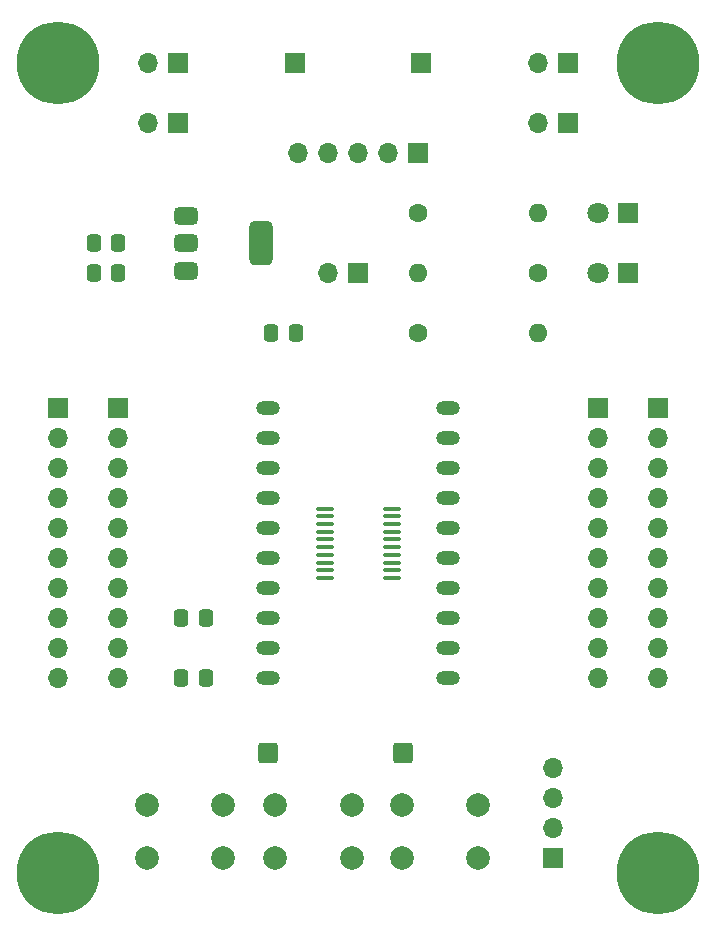
<source format=gbr>
%TF.GenerationSoftware,KiCad,Pcbnew,8.0.4*%
%TF.CreationDate,2024-09-28T10:20:43+10:00*%
%TF.ProjectId,stm8-blue,73746d38-2d62-46c7-9565-2e6b69636164,rev?*%
%TF.SameCoordinates,Original*%
%TF.FileFunction,Soldermask,Top*%
%TF.FilePolarity,Negative*%
%FSLAX46Y46*%
G04 Gerber Fmt 4.6, Leading zero omitted, Abs format (unit mm)*
G04 Created by KiCad (PCBNEW 8.0.4) date 2024-09-28 10:20:43*
%MOMM*%
%LPD*%
G01*
G04 APERTURE LIST*
G04 Aperture macros list*
%AMRoundRect*
0 Rectangle with rounded corners*
0 $1 Rounding radius*
0 $2 $3 $4 $5 $6 $7 $8 $9 X,Y pos of 4 corners*
0 Add a 4 corners polygon primitive as box body*
4,1,4,$2,$3,$4,$5,$6,$7,$8,$9,$2,$3,0*
0 Add four circle primitives for the rounded corners*
1,1,$1+$1,$2,$3*
1,1,$1+$1,$4,$5*
1,1,$1+$1,$6,$7*
1,1,$1+$1,$8,$9*
0 Add four rect primitives between the rounded corners*
20,1,$1+$1,$2,$3,$4,$5,0*
20,1,$1+$1,$4,$5,$6,$7,0*
20,1,$1+$1,$6,$7,$8,$9,0*
20,1,$1+$1,$8,$9,$2,$3,0*%
G04 Aperture macros list end*
%ADD10C,1.600000*%
%ADD11O,1.600000X1.600000*%
%ADD12R,1.700000X1.700000*%
%ADD13O,1.700000X1.700000*%
%ADD14C,2.000000*%
%ADD15RoundRect,0.250000X-0.600000X-0.600000X0.600000X-0.600000X0.600000X0.600000X-0.600000X0.600000X0*%
%ADD16RoundRect,0.250000X-0.337500X-0.475000X0.337500X-0.475000X0.337500X0.475000X-0.337500X0.475000X0*%
%ADD17O,2.000000X1.200000*%
%ADD18RoundRect,0.100000X-0.637500X-0.100000X0.637500X-0.100000X0.637500X0.100000X-0.637500X0.100000X0*%
%ADD19R,1.800000X1.800000*%
%ADD20C,1.800000*%
%ADD21C,7.000000*%
%ADD22RoundRect,0.250000X0.337500X0.475000X-0.337500X0.475000X-0.337500X-0.475000X0.337500X-0.475000X0*%
%ADD23RoundRect,0.375000X-0.625000X-0.375000X0.625000X-0.375000X0.625000X0.375000X-0.625000X0.375000X0*%
%ADD24RoundRect,0.500000X-0.500000X-1.400000X0.500000X-1.400000X0.500000X1.400000X-0.500000X1.400000X0*%
G04 APERTURE END LIST*
D10*
%TO.C,R102*%
X86360000Y-71120000D03*
D11*
X76200000Y-71120000D03*
%TD*%
D12*
%TO.C,J111*%
X55880000Y-53340000D03*
D13*
X53340000Y-53340000D03*
%TD*%
D14*
%TO.C,SW101*%
X70560000Y-120650000D03*
X64060000Y-120650000D03*
X70560000Y-116150000D03*
X64060000Y-116150000D03*
%TD*%
D15*
%TO.C,J107*%
X63500000Y-111760000D03*
%TD*%
%TO.C,J108*%
X74930000Y-111760000D03*
%TD*%
D12*
%TO.C,J114*%
X88900000Y-58420000D03*
D13*
X86360000Y-58420000D03*
%TD*%
D16*
%TO.C,C102*%
X48725000Y-68580000D03*
X50800000Y-68580000D03*
%TD*%
D17*
%TO.C,U101*%
X63500000Y-82550000D03*
D18*
X68257500Y-91055000D03*
D17*
X63500000Y-85090000D03*
D18*
X68257500Y-91705000D03*
D17*
X63500000Y-87630000D03*
D18*
X68257500Y-92355000D03*
D17*
X63500000Y-90170000D03*
D18*
X68257500Y-93005000D03*
D17*
X63500000Y-92710000D03*
D18*
X68257500Y-93655000D03*
X68257500Y-94305000D03*
D17*
X63500000Y-95250000D03*
D18*
X68257500Y-94955000D03*
D17*
X63500000Y-97790000D03*
D18*
X68257500Y-95605000D03*
D17*
X63500000Y-100330000D03*
D18*
X68257500Y-96255000D03*
D17*
X63500000Y-102870000D03*
D18*
X68257500Y-96905000D03*
D17*
X63500000Y-105410000D03*
D18*
X73982500Y-96905000D03*
D17*
X78740000Y-105410000D03*
D18*
X73982500Y-96255000D03*
D17*
X78740000Y-102870000D03*
D18*
X73982500Y-95605000D03*
D17*
X78740000Y-100330000D03*
D18*
X73982500Y-94955000D03*
D17*
X78740000Y-97790000D03*
D18*
X73982500Y-94305000D03*
D17*
X78740000Y-95250000D03*
X78740000Y-92710000D03*
D18*
X73982500Y-93655000D03*
D17*
X78740000Y-90170000D03*
D18*
X73982500Y-93005000D03*
D17*
X78740000Y-87630000D03*
D18*
X73982500Y-92355000D03*
D17*
X78740000Y-85090000D03*
D18*
X73982500Y-91705000D03*
D17*
X78740000Y-82550000D03*
D18*
X73982500Y-91055000D03*
%TD*%
D12*
%TO.C,J104*%
X96520000Y-82550000D03*
D13*
X96520000Y-85090000D03*
X96520000Y-87630000D03*
X96520000Y-90170000D03*
X96520000Y-92710000D03*
X96520000Y-95250000D03*
X96520000Y-97790000D03*
X96520000Y-100330000D03*
X96520000Y-102870000D03*
X96520000Y-105410000D03*
%TD*%
D14*
%TO.C,SW102*%
X81280000Y-120650000D03*
X74780000Y-120650000D03*
X81280000Y-116150000D03*
X74780000Y-116150000D03*
%TD*%
D12*
%TO.C,J113*%
X88900000Y-53340000D03*
D13*
X86360000Y-53340000D03*
%TD*%
D19*
%TO.C,D101*%
X93980000Y-66040000D03*
D20*
X91440000Y-66040000D03*
%TD*%
D19*
%TO.C,D102*%
X93980000Y-71120000D03*
D20*
X91440000Y-71120000D03*
%TD*%
D16*
%TO.C,C101*%
X48725000Y-71120000D03*
X50800000Y-71120000D03*
%TD*%
D14*
%TO.C,SW100*%
X59690000Y-120650000D03*
X53190000Y-120650000D03*
X59690000Y-116150000D03*
X53190000Y-116150000D03*
%TD*%
D21*
%TO.C,H102*%
X96520000Y-53340000D03*
%TD*%
D12*
%TO.C,J105*%
X87630000Y-120650000D03*
D13*
X87630000Y-118110000D03*
X87630000Y-115570000D03*
X87630000Y-113030000D03*
%TD*%
D21*
%TO.C,H101*%
X45720000Y-53340000D03*
%TD*%
D12*
%TO.C,J106*%
X76200000Y-60960000D03*
D13*
X73660000Y-60960000D03*
X71120000Y-60960000D03*
X68580000Y-60960000D03*
X66040000Y-60960000D03*
D12*
X76454000Y-53340000D03*
X65786000Y-53340000D03*
%TD*%
%TO.C,J102*%
X50800000Y-82550000D03*
D13*
X50800000Y-85090000D03*
X50800000Y-87630000D03*
X50800000Y-90170000D03*
X50800000Y-92710000D03*
X50800000Y-95250000D03*
X50800000Y-97790000D03*
X50800000Y-100330000D03*
X50800000Y-102870000D03*
X50800000Y-105410000D03*
%TD*%
D10*
%TO.C,R101*%
X76200000Y-66040000D03*
D11*
X86360000Y-66040000D03*
%TD*%
D12*
%TO.C,J101*%
X45720000Y-82550000D03*
D13*
X45720000Y-85090000D03*
X45720000Y-87630000D03*
X45720000Y-90170000D03*
X45720000Y-92710000D03*
X45720000Y-95250000D03*
X45720000Y-97790000D03*
X45720000Y-100330000D03*
X45720000Y-102870000D03*
X45720000Y-105410000D03*
%TD*%
D16*
%TO.C,C104*%
X56112500Y-100330000D03*
X58187500Y-100330000D03*
%TD*%
D10*
%TO.C,R100*%
X76200000Y-76200000D03*
D11*
X86360000Y-76200000D03*
%TD*%
D21*
%TO.C,H104*%
X96520000Y-121920000D03*
%TD*%
D16*
%TO.C,C100*%
X63732500Y-76200000D03*
X65807500Y-76200000D03*
%TD*%
D21*
%TO.C,H103*%
X45720000Y-121920000D03*
%TD*%
D22*
%TO.C,C103*%
X58187500Y-105410000D03*
X56112500Y-105410000D03*
%TD*%
D12*
%TO.C,JP101*%
X71120000Y-71120000D03*
D13*
X68580000Y-71120000D03*
%TD*%
D12*
%TO.C,J112*%
X55880000Y-58420000D03*
D13*
X53340000Y-58420000D03*
%TD*%
D12*
%TO.C,J103*%
X91440000Y-82555000D03*
D13*
X91440000Y-85095000D03*
X91440000Y-87635000D03*
X91440000Y-90175000D03*
X91440000Y-92715000D03*
X91440000Y-95255000D03*
X91440000Y-97795000D03*
X91440000Y-100335000D03*
X91440000Y-102875000D03*
X91440000Y-105415000D03*
%TD*%
D23*
%TO.C,U102*%
X56540000Y-66280000D03*
X56540000Y-68580000D03*
D24*
X62840000Y-68580000D03*
D23*
X56540000Y-70880000D03*
%TD*%
M02*

</source>
